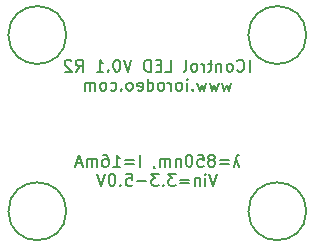
<source format=gbo>
%TF.GenerationSoftware,KiCad,Pcbnew,7.0.10-7.0.10~ubuntu22.04.1*%
%TF.CreationDate,2024-03-15T18:11:46-07:00*%
%TF.ProjectId,850nm_16mA,3835306e-6d5f-4313-966d-412e6b696361,rev?*%
%TF.SameCoordinates,Original*%
%TF.FileFunction,Legend,Bot*%
%TF.FilePolarity,Positive*%
%FSLAX46Y46*%
G04 Gerber Fmt 4.6, Leading zero omitted, Abs format (unit mm)*
G04 Created by KiCad (PCBNEW 7.0.10-7.0.10~ubuntu22.04.1) date 2024-03-15 18:11:46*
%MOMM*%
%LPD*%
G01*
G04 APERTURE LIST*
%ADD10C,0.150000*%
G04 APERTURE END LIST*
D10*
X70509524Y-55634819D02*
X70509524Y-54634819D01*
X69461906Y-55539580D02*
X69509525Y-55587200D01*
X69509525Y-55587200D02*
X69652382Y-55634819D01*
X69652382Y-55634819D02*
X69747620Y-55634819D01*
X69747620Y-55634819D02*
X69890477Y-55587200D01*
X69890477Y-55587200D02*
X69985715Y-55491961D01*
X69985715Y-55491961D02*
X70033334Y-55396723D01*
X70033334Y-55396723D02*
X70080953Y-55206247D01*
X70080953Y-55206247D02*
X70080953Y-55063390D01*
X70080953Y-55063390D02*
X70033334Y-54872914D01*
X70033334Y-54872914D02*
X69985715Y-54777676D01*
X69985715Y-54777676D02*
X69890477Y-54682438D01*
X69890477Y-54682438D02*
X69747620Y-54634819D01*
X69747620Y-54634819D02*
X69652382Y-54634819D01*
X69652382Y-54634819D02*
X69509525Y-54682438D01*
X69509525Y-54682438D02*
X69461906Y-54730057D01*
X68890477Y-55634819D02*
X68985715Y-55587200D01*
X68985715Y-55587200D02*
X69033334Y-55539580D01*
X69033334Y-55539580D02*
X69080953Y-55444342D01*
X69080953Y-55444342D02*
X69080953Y-55158628D01*
X69080953Y-55158628D02*
X69033334Y-55063390D01*
X69033334Y-55063390D02*
X68985715Y-55015771D01*
X68985715Y-55015771D02*
X68890477Y-54968152D01*
X68890477Y-54968152D02*
X68747620Y-54968152D01*
X68747620Y-54968152D02*
X68652382Y-55015771D01*
X68652382Y-55015771D02*
X68604763Y-55063390D01*
X68604763Y-55063390D02*
X68557144Y-55158628D01*
X68557144Y-55158628D02*
X68557144Y-55444342D01*
X68557144Y-55444342D02*
X68604763Y-55539580D01*
X68604763Y-55539580D02*
X68652382Y-55587200D01*
X68652382Y-55587200D02*
X68747620Y-55634819D01*
X68747620Y-55634819D02*
X68890477Y-55634819D01*
X68128572Y-54968152D02*
X68128572Y-55634819D01*
X68128572Y-55063390D02*
X68080953Y-55015771D01*
X68080953Y-55015771D02*
X67985715Y-54968152D01*
X67985715Y-54968152D02*
X67842858Y-54968152D01*
X67842858Y-54968152D02*
X67747620Y-55015771D01*
X67747620Y-55015771D02*
X67700001Y-55111009D01*
X67700001Y-55111009D02*
X67700001Y-55634819D01*
X67366667Y-54968152D02*
X66985715Y-54968152D01*
X67223810Y-54634819D02*
X67223810Y-55491961D01*
X67223810Y-55491961D02*
X67176191Y-55587200D01*
X67176191Y-55587200D02*
X67080953Y-55634819D01*
X67080953Y-55634819D02*
X66985715Y-55634819D01*
X66652381Y-55634819D02*
X66652381Y-54968152D01*
X66652381Y-55158628D02*
X66604762Y-55063390D01*
X66604762Y-55063390D02*
X66557143Y-55015771D01*
X66557143Y-55015771D02*
X66461905Y-54968152D01*
X66461905Y-54968152D02*
X66366667Y-54968152D01*
X65890476Y-55634819D02*
X65985714Y-55587200D01*
X65985714Y-55587200D02*
X66033333Y-55539580D01*
X66033333Y-55539580D02*
X66080952Y-55444342D01*
X66080952Y-55444342D02*
X66080952Y-55158628D01*
X66080952Y-55158628D02*
X66033333Y-55063390D01*
X66033333Y-55063390D02*
X65985714Y-55015771D01*
X65985714Y-55015771D02*
X65890476Y-54968152D01*
X65890476Y-54968152D02*
X65747619Y-54968152D01*
X65747619Y-54968152D02*
X65652381Y-55015771D01*
X65652381Y-55015771D02*
X65604762Y-55063390D01*
X65604762Y-55063390D02*
X65557143Y-55158628D01*
X65557143Y-55158628D02*
X65557143Y-55444342D01*
X65557143Y-55444342D02*
X65604762Y-55539580D01*
X65604762Y-55539580D02*
X65652381Y-55587200D01*
X65652381Y-55587200D02*
X65747619Y-55634819D01*
X65747619Y-55634819D02*
X65890476Y-55634819D01*
X64985714Y-55634819D02*
X65080952Y-55587200D01*
X65080952Y-55587200D02*
X65128571Y-55491961D01*
X65128571Y-55491961D02*
X65128571Y-54634819D01*
X63366666Y-55634819D02*
X63842856Y-55634819D01*
X63842856Y-55634819D02*
X63842856Y-54634819D01*
X63033332Y-55111009D02*
X62699999Y-55111009D01*
X62557142Y-55634819D02*
X63033332Y-55634819D01*
X63033332Y-55634819D02*
X63033332Y-54634819D01*
X63033332Y-54634819D02*
X62557142Y-54634819D01*
X62128570Y-55634819D02*
X62128570Y-54634819D01*
X62128570Y-54634819D02*
X61890475Y-54634819D01*
X61890475Y-54634819D02*
X61747618Y-54682438D01*
X61747618Y-54682438D02*
X61652380Y-54777676D01*
X61652380Y-54777676D02*
X61604761Y-54872914D01*
X61604761Y-54872914D02*
X61557142Y-55063390D01*
X61557142Y-55063390D02*
X61557142Y-55206247D01*
X61557142Y-55206247D02*
X61604761Y-55396723D01*
X61604761Y-55396723D02*
X61652380Y-55491961D01*
X61652380Y-55491961D02*
X61747618Y-55587200D01*
X61747618Y-55587200D02*
X61890475Y-55634819D01*
X61890475Y-55634819D02*
X62128570Y-55634819D01*
X60509522Y-54634819D02*
X60176189Y-55634819D01*
X60176189Y-55634819D02*
X59842856Y-54634819D01*
X59319046Y-54634819D02*
X59223808Y-54634819D01*
X59223808Y-54634819D02*
X59128570Y-54682438D01*
X59128570Y-54682438D02*
X59080951Y-54730057D01*
X59080951Y-54730057D02*
X59033332Y-54825295D01*
X59033332Y-54825295D02*
X58985713Y-55015771D01*
X58985713Y-55015771D02*
X58985713Y-55253866D01*
X58985713Y-55253866D02*
X59033332Y-55444342D01*
X59033332Y-55444342D02*
X59080951Y-55539580D01*
X59080951Y-55539580D02*
X59128570Y-55587200D01*
X59128570Y-55587200D02*
X59223808Y-55634819D01*
X59223808Y-55634819D02*
X59319046Y-55634819D01*
X59319046Y-55634819D02*
X59414284Y-55587200D01*
X59414284Y-55587200D02*
X59461903Y-55539580D01*
X59461903Y-55539580D02*
X59509522Y-55444342D01*
X59509522Y-55444342D02*
X59557141Y-55253866D01*
X59557141Y-55253866D02*
X59557141Y-55015771D01*
X59557141Y-55015771D02*
X59509522Y-54825295D01*
X59509522Y-54825295D02*
X59461903Y-54730057D01*
X59461903Y-54730057D02*
X59414284Y-54682438D01*
X59414284Y-54682438D02*
X59319046Y-54634819D01*
X58557141Y-55539580D02*
X58509522Y-55587200D01*
X58509522Y-55587200D02*
X58557141Y-55634819D01*
X58557141Y-55634819D02*
X58604760Y-55587200D01*
X58604760Y-55587200D02*
X58557141Y-55539580D01*
X58557141Y-55539580D02*
X58557141Y-55634819D01*
X57557142Y-55634819D02*
X58128570Y-55634819D01*
X57842856Y-55634819D02*
X57842856Y-54634819D01*
X57842856Y-54634819D02*
X57938094Y-54777676D01*
X57938094Y-54777676D02*
X58033332Y-54872914D01*
X58033332Y-54872914D02*
X58128570Y-54920533D01*
X55795237Y-55634819D02*
X56128570Y-55158628D01*
X56366665Y-55634819D02*
X56366665Y-54634819D01*
X56366665Y-54634819D02*
X55985713Y-54634819D01*
X55985713Y-54634819D02*
X55890475Y-54682438D01*
X55890475Y-54682438D02*
X55842856Y-54730057D01*
X55842856Y-54730057D02*
X55795237Y-54825295D01*
X55795237Y-54825295D02*
X55795237Y-54968152D01*
X55795237Y-54968152D02*
X55842856Y-55063390D01*
X55842856Y-55063390D02*
X55890475Y-55111009D01*
X55890475Y-55111009D02*
X55985713Y-55158628D01*
X55985713Y-55158628D02*
X56366665Y-55158628D01*
X55414284Y-54730057D02*
X55366665Y-54682438D01*
X55366665Y-54682438D02*
X55271427Y-54634819D01*
X55271427Y-54634819D02*
X55033332Y-54634819D01*
X55033332Y-54634819D02*
X54938094Y-54682438D01*
X54938094Y-54682438D02*
X54890475Y-54730057D01*
X54890475Y-54730057D02*
X54842856Y-54825295D01*
X54842856Y-54825295D02*
X54842856Y-54920533D01*
X54842856Y-54920533D02*
X54890475Y-55063390D01*
X54890475Y-55063390D02*
X55461903Y-55634819D01*
X55461903Y-55634819D02*
X54842856Y-55634819D01*
X68938094Y-56578152D02*
X68747618Y-57244819D01*
X68747618Y-57244819D02*
X68557142Y-56768628D01*
X68557142Y-56768628D02*
X68366666Y-57244819D01*
X68366666Y-57244819D02*
X68176190Y-56578152D01*
X67890475Y-56578152D02*
X67699999Y-57244819D01*
X67699999Y-57244819D02*
X67509523Y-56768628D01*
X67509523Y-56768628D02*
X67319047Y-57244819D01*
X67319047Y-57244819D02*
X67128571Y-56578152D01*
X66842856Y-56578152D02*
X66652380Y-57244819D01*
X66652380Y-57244819D02*
X66461904Y-56768628D01*
X66461904Y-56768628D02*
X66271428Y-57244819D01*
X66271428Y-57244819D02*
X66080952Y-56578152D01*
X65699999Y-57149580D02*
X65652380Y-57197200D01*
X65652380Y-57197200D02*
X65699999Y-57244819D01*
X65699999Y-57244819D02*
X65747618Y-57197200D01*
X65747618Y-57197200D02*
X65699999Y-57149580D01*
X65699999Y-57149580D02*
X65699999Y-57244819D01*
X65223809Y-57244819D02*
X65223809Y-56578152D01*
X65223809Y-56244819D02*
X65271428Y-56292438D01*
X65271428Y-56292438D02*
X65223809Y-56340057D01*
X65223809Y-56340057D02*
X65176190Y-56292438D01*
X65176190Y-56292438D02*
X65223809Y-56244819D01*
X65223809Y-56244819D02*
X65223809Y-56340057D01*
X64604762Y-57244819D02*
X64700000Y-57197200D01*
X64700000Y-57197200D02*
X64747619Y-57149580D01*
X64747619Y-57149580D02*
X64795238Y-57054342D01*
X64795238Y-57054342D02*
X64795238Y-56768628D01*
X64795238Y-56768628D02*
X64747619Y-56673390D01*
X64747619Y-56673390D02*
X64700000Y-56625771D01*
X64700000Y-56625771D02*
X64604762Y-56578152D01*
X64604762Y-56578152D02*
X64461905Y-56578152D01*
X64461905Y-56578152D02*
X64366667Y-56625771D01*
X64366667Y-56625771D02*
X64319048Y-56673390D01*
X64319048Y-56673390D02*
X64271429Y-56768628D01*
X64271429Y-56768628D02*
X64271429Y-57054342D01*
X64271429Y-57054342D02*
X64319048Y-57149580D01*
X64319048Y-57149580D02*
X64366667Y-57197200D01*
X64366667Y-57197200D02*
X64461905Y-57244819D01*
X64461905Y-57244819D02*
X64604762Y-57244819D01*
X63842857Y-57244819D02*
X63842857Y-56578152D01*
X63842857Y-56768628D02*
X63795238Y-56673390D01*
X63795238Y-56673390D02*
X63747619Y-56625771D01*
X63747619Y-56625771D02*
X63652381Y-56578152D01*
X63652381Y-56578152D02*
X63557143Y-56578152D01*
X63080952Y-57244819D02*
X63176190Y-57197200D01*
X63176190Y-57197200D02*
X63223809Y-57149580D01*
X63223809Y-57149580D02*
X63271428Y-57054342D01*
X63271428Y-57054342D02*
X63271428Y-56768628D01*
X63271428Y-56768628D02*
X63223809Y-56673390D01*
X63223809Y-56673390D02*
X63176190Y-56625771D01*
X63176190Y-56625771D02*
X63080952Y-56578152D01*
X63080952Y-56578152D02*
X62938095Y-56578152D01*
X62938095Y-56578152D02*
X62842857Y-56625771D01*
X62842857Y-56625771D02*
X62795238Y-56673390D01*
X62795238Y-56673390D02*
X62747619Y-56768628D01*
X62747619Y-56768628D02*
X62747619Y-57054342D01*
X62747619Y-57054342D02*
X62795238Y-57149580D01*
X62795238Y-57149580D02*
X62842857Y-57197200D01*
X62842857Y-57197200D02*
X62938095Y-57244819D01*
X62938095Y-57244819D02*
X63080952Y-57244819D01*
X61890476Y-57244819D02*
X61890476Y-56244819D01*
X61890476Y-57197200D02*
X61985714Y-57244819D01*
X61985714Y-57244819D02*
X62176190Y-57244819D01*
X62176190Y-57244819D02*
X62271428Y-57197200D01*
X62271428Y-57197200D02*
X62319047Y-57149580D01*
X62319047Y-57149580D02*
X62366666Y-57054342D01*
X62366666Y-57054342D02*
X62366666Y-56768628D01*
X62366666Y-56768628D02*
X62319047Y-56673390D01*
X62319047Y-56673390D02*
X62271428Y-56625771D01*
X62271428Y-56625771D02*
X62176190Y-56578152D01*
X62176190Y-56578152D02*
X61985714Y-56578152D01*
X61985714Y-56578152D02*
X61890476Y-56625771D01*
X61033333Y-57197200D02*
X61128571Y-57244819D01*
X61128571Y-57244819D02*
X61319047Y-57244819D01*
X61319047Y-57244819D02*
X61414285Y-57197200D01*
X61414285Y-57197200D02*
X61461904Y-57101961D01*
X61461904Y-57101961D02*
X61461904Y-56721009D01*
X61461904Y-56721009D02*
X61414285Y-56625771D01*
X61414285Y-56625771D02*
X61319047Y-56578152D01*
X61319047Y-56578152D02*
X61128571Y-56578152D01*
X61128571Y-56578152D02*
X61033333Y-56625771D01*
X61033333Y-56625771D02*
X60985714Y-56721009D01*
X60985714Y-56721009D02*
X60985714Y-56816247D01*
X60985714Y-56816247D02*
X61461904Y-56911485D01*
X60414285Y-57244819D02*
X60509523Y-57197200D01*
X60509523Y-57197200D02*
X60557142Y-57149580D01*
X60557142Y-57149580D02*
X60604761Y-57054342D01*
X60604761Y-57054342D02*
X60604761Y-56768628D01*
X60604761Y-56768628D02*
X60557142Y-56673390D01*
X60557142Y-56673390D02*
X60509523Y-56625771D01*
X60509523Y-56625771D02*
X60414285Y-56578152D01*
X60414285Y-56578152D02*
X60271428Y-56578152D01*
X60271428Y-56578152D02*
X60176190Y-56625771D01*
X60176190Y-56625771D02*
X60128571Y-56673390D01*
X60128571Y-56673390D02*
X60080952Y-56768628D01*
X60080952Y-56768628D02*
X60080952Y-57054342D01*
X60080952Y-57054342D02*
X60128571Y-57149580D01*
X60128571Y-57149580D02*
X60176190Y-57197200D01*
X60176190Y-57197200D02*
X60271428Y-57244819D01*
X60271428Y-57244819D02*
X60414285Y-57244819D01*
X59652380Y-57149580D02*
X59604761Y-57197200D01*
X59604761Y-57197200D02*
X59652380Y-57244819D01*
X59652380Y-57244819D02*
X59699999Y-57197200D01*
X59699999Y-57197200D02*
X59652380Y-57149580D01*
X59652380Y-57149580D02*
X59652380Y-57244819D01*
X58747619Y-57197200D02*
X58842857Y-57244819D01*
X58842857Y-57244819D02*
X59033333Y-57244819D01*
X59033333Y-57244819D02*
X59128571Y-57197200D01*
X59128571Y-57197200D02*
X59176190Y-57149580D01*
X59176190Y-57149580D02*
X59223809Y-57054342D01*
X59223809Y-57054342D02*
X59223809Y-56768628D01*
X59223809Y-56768628D02*
X59176190Y-56673390D01*
X59176190Y-56673390D02*
X59128571Y-56625771D01*
X59128571Y-56625771D02*
X59033333Y-56578152D01*
X59033333Y-56578152D02*
X58842857Y-56578152D01*
X58842857Y-56578152D02*
X58747619Y-56625771D01*
X58176190Y-57244819D02*
X58271428Y-57197200D01*
X58271428Y-57197200D02*
X58319047Y-57149580D01*
X58319047Y-57149580D02*
X58366666Y-57054342D01*
X58366666Y-57054342D02*
X58366666Y-56768628D01*
X58366666Y-56768628D02*
X58319047Y-56673390D01*
X58319047Y-56673390D02*
X58271428Y-56625771D01*
X58271428Y-56625771D02*
X58176190Y-56578152D01*
X58176190Y-56578152D02*
X58033333Y-56578152D01*
X58033333Y-56578152D02*
X57938095Y-56625771D01*
X57938095Y-56625771D02*
X57890476Y-56673390D01*
X57890476Y-56673390D02*
X57842857Y-56768628D01*
X57842857Y-56768628D02*
X57842857Y-57054342D01*
X57842857Y-57054342D02*
X57890476Y-57149580D01*
X57890476Y-57149580D02*
X57938095Y-57197200D01*
X57938095Y-57197200D02*
X58033333Y-57244819D01*
X58033333Y-57244819D02*
X58176190Y-57244819D01*
X57414285Y-57244819D02*
X57414285Y-56578152D01*
X57414285Y-56673390D02*
X57366666Y-56625771D01*
X57366666Y-56625771D02*
X57271428Y-56578152D01*
X57271428Y-56578152D02*
X57128571Y-56578152D01*
X57128571Y-56578152D02*
X57033333Y-56625771D01*
X57033333Y-56625771D02*
X56985714Y-56721009D01*
X56985714Y-56721009D02*
X56985714Y-57244819D01*
X56985714Y-56721009D02*
X56938095Y-56625771D01*
X56938095Y-56625771D02*
X56842857Y-56578152D01*
X56842857Y-56578152D02*
X56700000Y-56578152D01*
X56700000Y-56578152D02*
X56604761Y-56625771D01*
X56604761Y-56625771D02*
X56557142Y-56721009D01*
X56557142Y-56721009D02*
X56557142Y-57244819D01*
X69390475Y-63018152D02*
X69628570Y-63684819D01*
X69628570Y-62684819D02*
X69533332Y-62684819D01*
X69533332Y-62684819D02*
X69485713Y-62732438D01*
X69485713Y-62732438D02*
X69390475Y-63018152D01*
X69390475Y-63018152D02*
X69152380Y-63684819D01*
X68771427Y-63161009D02*
X68009523Y-63161009D01*
X68009523Y-63446723D02*
X68771427Y-63446723D01*
X67390475Y-63113390D02*
X67485713Y-63065771D01*
X67485713Y-63065771D02*
X67533332Y-63018152D01*
X67533332Y-63018152D02*
X67580951Y-62922914D01*
X67580951Y-62922914D02*
X67580951Y-62875295D01*
X67580951Y-62875295D02*
X67533332Y-62780057D01*
X67533332Y-62780057D02*
X67485713Y-62732438D01*
X67485713Y-62732438D02*
X67390475Y-62684819D01*
X67390475Y-62684819D02*
X67199999Y-62684819D01*
X67199999Y-62684819D02*
X67104761Y-62732438D01*
X67104761Y-62732438D02*
X67057142Y-62780057D01*
X67057142Y-62780057D02*
X67009523Y-62875295D01*
X67009523Y-62875295D02*
X67009523Y-62922914D01*
X67009523Y-62922914D02*
X67057142Y-63018152D01*
X67057142Y-63018152D02*
X67104761Y-63065771D01*
X67104761Y-63065771D02*
X67199999Y-63113390D01*
X67199999Y-63113390D02*
X67390475Y-63113390D01*
X67390475Y-63113390D02*
X67485713Y-63161009D01*
X67485713Y-63161009D02*
X67533332Y-63208628D01*
X67533332Y-63208628D02*
X67580951Y-63303866D01*
X67580951Y-63303866D02*
X67580951Y-63494342D01*
X67580951Y-63494342D02*
X67533332Y-63589580D01*
X67533332Y-63589580D02*
X67485713Y-63637200D01*
X67485713Y-63637200D02*
X67390475Y-63684819D01*
X67390475Y-63684819D02*
X67199999Y-63684819D01*
X67199999Y-63684819D02*
X67104761Y-63637200D01*
X67104761Y-63637200D02*
X67057142Y-63589580D01*
X67057142Y-63589580D02*
X67009523Y-63494342D01*
X67009523Y-63494342D02*
X67009523Y-63303866D01*
X67009523Y-63303866D02*
X67057142Y-63208628D01*
X67057142Y-63208628D02*
X67104761Y-63161009D01*
X67104761Y-63161009D02*
X67199999Y-63113390D01*
X66104761Y-62684819D02*
X66580951Y-62684819D01*
X66580951Y-62684819D02*
X66628570Y-63161009D01*
X66628570Y-63161009D02*
X66580951Y-63113390D01*
X66580951Y-63113390D02*
X66485713Y-63065771D01*
X66485713Y-63065771D02*
X66247618Y-63065771D01*
X66247618Y-63065771D02*
X66152380Y-63113390D01*
X66152380Y-63113390D02*
X66104761Y-63161009D01*
X66104761Y-63161009D02*
X66057142Y-63256247D01*
X66057142Y-63256247D02*
X66057142Y-63494342D01*
X66057142Y-63494342D02*
X66104761Y-63589580D01*
X66104761Y-63589580D02*
X66152380Y-63637200D01*
X66152380Y-63637200D02*
X66247618Y-63684819D01*
X66247618Y-63684819D02*
X66485713Y-63684819D01*
X66485713Y-63684819D02*
X66580951Y-63637200D01*
X66580951Y-63637200D02*
X66628570Y-63589580D01*
X65438094Y-62684819D02*
X65342856Y-62684819D01*
X65342856Y-62684819D02*
X65247618Y-62732438D01*
X65247618Y-62732438D02*
X65199999Y-62780057D01*
X65199999Y-62780057D02*
X65152380Y-62875295D01*
X65152380Y-62875295D02*
X65104761Y-63065771D01*
X65104761Y-63065771D02*
X65104761Y-63303866D01*
X65104761Y-63303866D02*
X65152380Y-63494342D01*
X65152380Y-63494342D02*
X65199999Y-63589580D01*
X65199999Y-63589580D02*
X65247618Y-63637200D01*
X65247618Y-63637200D02*
X65342856Y-63684819D01*
X65342856Y-63684819D02*
X65438094Y-63684819D01*
X65438094Y-63684819D02*
X65533332Y-63637200D01*
X65533332Y-63637200D02*
X65580951Y-63589580D01*
X65580951Y-63589580D02*
X65628570Y-63494342D01*
X65628570Y-63494342D02*
X65676189Y-63303866D01*
X65676189Y-63303866D02*
X65676189Y-63065771D01*
X65676189Y-63065771D02*
X65628570Y-62875295D01*
X65628570Y-62875295D02*
X65580951Y-62780057D01*
X65580951Y-62780057D02*
X65533332Y-62732438D01*
X65533332Y-62732438D02*
X65438094Y-62684819D01*
X64676189Y-63018152D02*
X64676189Y-63684819D01*
X64676189Y-63113390D02*
X64628570Y-63065771D01*
X64628570Y-63065771D02*
X64533332Y-63018152D01*
X64533332Y-63018152D02*
X64390475Y-63018152D01*
X64390475Y-63018152D02*
X64295237Y-63065771D01*
X64295237Y-63065771D02*
X64247618Y-63161009D01*
X64247618Y-63161009D02*
X64247618Y-63684819D01*
X63771427Y-63684819D02*
X63771427Y-63018152D01*
X63771427Y-63113390D02*
X63723808Y-63065771D01*
X63723808Y-63065771D02*
X63628570Y-63018152D01*
X63628570Y-63018152D02*
X63485713Y-63018152D01*
X63485713Y-63018152D02*
X63390475Y-63065771D01*
X63390475Y-63065771D02*
X63342856Y-63161009D01*
X63342856Y-63161009D02*
X63342856Y-63684819D01*
X63342856Y-63161009D02*
X63295237Y-63065771D01*
X63295237Y-63065771D02*
X63199999Y-63018152D01*
X63199999Y-63018152D02*
X63057142Y-63018152D01*
X63057142Y-63018152D02*
X62961903Y-63065771D01*
X62961903Y-63065771D02*
X62914284Y-63161009D01*
X62914284Y-63161009D02*
X62914284Y-63684819D01*
X62390475Y-63637200D02*
X62390475Y-63684819D01*
X62390475Y-63684819D02*
X62438094Y-63780057D01*
X62438094Y-63780057D02*
X62485713Y-63827676D01*
X61199999Y-63684819D02*
X61199999Y-62684819D01*
X60723809Y-63161009D02*
X59961905Y-63161009D01*
X59961905Y-63446723D02*
X60723809Y-63446723D01*
X58961905Y-63684819D02*
X59533333Y-63684819D01*
X59247619Y-63684819D02*
X59247619Y-62684819D01*
X59247619Y-62684819D02*
X59342857Y-62827676D01*
X59342857Y-62827676D02*
X59438095Y-62922914D01*
X59438095Y-62922914D02*
X59533333Y-62970533D01*
X58104762Y-62684819D02*
X58295238Y-62684819D01*
X58295238Y-62684819D02*
X58390476Y-62732438D01*
X58390476Y-62732438D02*
X58438095Y-62780057D01*
X58438095Y-62780057D02*
X58533333Y-62922914D01*
X58533333Y-62922914D02*
X58580952Y-63113390D01*
X58580952Y-63113390D02*
X58580952Y-63494342D01*
X58580952Y-63494342D02*
X58533333Y-63589580D01*
X58533333Y-63589580D02*
X58485714Y-63637200D01*
X58485714Y-63637200D02*
X58390476Y-63684819D01*
X58390476Y-63684819D02*
X58200000Y-63684819D01*
X58200000Y-63684819D02*
X58104762Y-63637200D01*
X58104762Y-63637200D02*
X58057143Y-63589580D01*
X58057143Y-63589580D02*
X58009524Y-63494342D01*
X58009524Y-63494342D02*
X58009524Y-63256247D01*
X58009524Y-63256247D02*
X58057143Y-63161009D01*
X58057143Y-63161009D02*
X58104762Y-63113390D01*
X58104762Y-63113390D02*
X58200000Y-63065771D01*
X58200000Y-63065771D02*
X58390476Y-63065771D01*
X58390476Y-63065771D02*
X58485714Y-63113390D01*
X58485714Y-63113390D02*
X58533333Y-63161009D01*
X58533333Y-63161009D02*
X58580952Y-63256247D01*
X57580952Y-63684819D02*
X57580952Y-63018152D01*
X57580952Y-63113390D02*
X57533333Y-63065771D01*
X57533333Y-63065771D02*
X57438095Y-63018152D01*
X57438095Y-63018152D02*
X57295238Y-63018152D01*
X57295238Y-63018152D02*
X57200000Y-63065771D01*
X57200000Y-63065771D02*
X57152381Y-63161009D01*
X57152381Y-63161009D02*
X57152381Y-63684819D01*
X57152381Y-63161009D02*
X57104762Y-63065771D01*
X57104762Y-63065771D02*
X57009524Y-63018152D01*
X57009524Y-63018152D02*
X56866667Y-63018152D01*
X56866667Y-63018152D02*
X56771428Y-63065771D01*
X56771428Y-63065771D02*
X56723809Y-63161009D01*
X56723809Y-63161009D02*
X56723809Y-63684819D01*
X56295238Y-63399104D02*
X55819048Y-63399104D01*
X56390476Y-63684819D02*
X56057143Y-62684819D01*
X56057143Y-62684819D02*
X55723810Y-63684819D01*
X67771427Y-64294819D02*
X67438094Y-65294819D01*
X67438094Y-65294819D02*
X67104761Y-64294819D01*
X66771427Y-65294819D02*
X66771427Y-64628152D01*
X66771427Y-64294819D02*
X66819046Y-64342438D01*
X66819046Y-64342438D02*
X66771427Y-64390057D01*
X66771427Y-64390057D02*
X66723808Y-64342438D01*
X66723808Y-64342438D02*
X66771427Y-64294819D01*
X66771427Y-64294819D02*
X66771427Y-64390057D01*
X66295237Y-64628152D02*
X66295237Y-65294819D01*
X66295237Y-64723390D02*
X66247618Y-64675771D01*
X66247618Y-64675771D02*
X66152380Y-64628152D01*
X66152380Y-64628152D02*
X66009523Y-64628152D01*
X66009523Y-64628152D02*
X65914285Y-64675771D01*
X65914285Y-64675771D02*
X65866666Y-64771009D01*
X65866666Y-64771009D02*
X65866666Y-65294819D01*
X65390475Y-64771009D02*
X64628571Y-64771009D01*
X64628571Y-65056723D02*
X65390475Y-65056723D01*
X64247618Y-64294819D02*
X63628571Y-64294819D01*
X63628571Y-64294819D02*
X63961904Y-64675771D01*
X63961904Y-64675771D02*
X63819047Y-64675771D01*
X63819047Y-64675771D02*
X63723809Y-64723390D01*
X63723809Y-64723390D02*
X63676190Y-64771009D01*
X63676190Y-64771009D02*
X63628571Y-64866247D01*
X63628571Y-64866247D02*
X63628571Y-65104342D01*
X63628571Y-65104342D02*
X63676190Y-65199580D01*
X63676190Y-65199580D02*
X63723809Y-65247200D01*
X63723809Y-65247200D02*
X63819047Y-65294819D01*
X63819047Y-65294819D02*
X64104761Y-65294819D01*
X64104761Y-65294819D02*
X64199999Y-65247200D01*
X64199999Y-65247200D02*
X64247618Y-65199580D01*
X63199999Y-65199580D02*
X63152380Y-65247200D01*
X63152380Y-65247200D02*
X63199999Y-65294819D01*
X63199999Y-65294819D02*
X63247618Y-65247200D01*
X63247618Y-65247200D02*
X63199999Y-65199580D01*
X63199999Y-65199580D02*
X63199999Y-65294819D01*
X62819047Y-64294819D02*
X62200000Y-64294819D01*
X62200000Y-64294819D02*
X62533333Y-64675771D01*
X62533333Y-64675771D02*
X62390476Y-64675771D01*
X62390476Y-64675771D02*
X62295238Y-64723390D01*
X62295238Y-64723390D02*
X62247619Y-64771009D01*
X62247619Y-64771009D02*
X62200000Y-64866247D01*
X62200000Y-64866247D02*
X62200000Y-65104342D01*
X62200000Y-65104342D02*
X62247619Y-65199580D01*
X62247619Y-65199580D02*
X62295238Y-65247200D01*
X62295238Y-65247200D02*
X62390476Y-65294819D01*
X62390476Y-65294819D02*
X62676190Y-65294819D01*
X62676190Y-65294819D02*
X62771428Y-65247200D01*
X62771428Y-65247200D02*
X62819047Y-65199580D01*
X61771428Y-64913866D02*
X61009524Y-64913866D01*
X60057143Y-64294819D02*
X60533333Y-64294819D01*
X60533333Y-64294819D02*
X60580952Y-64771009D01*
X60580952Y-64771009D02*
X60533333Y-64723390D01*
X60533333Y-64723390D02*
X60438095Y-64675771D01*
X60438095Y-64675771D02*
X60200000Y-64675771D01*
X60200000Y-64675771D02*
X60104762Y-64723390D01*
X60104762Y-64723390D02*
X60057143Y-64771009D01*
X60057143Y-64771009D02*
X60009524Y-64866247D01*
X60009524Y-64866247D02*
X60009524Y-65104342D01*
X60009524Y-65104342D02*
X60057143Y-65199580D01*
X60057143Y-65199580D02*
X60104762Y-65247200D01*
X60104762Y-65247200D02*
X60200000Y-65294819D01*
X60200000Y-65294819D02*
X60438095Y-65294819D01*
X60438095Y-65294819D02*
X60533333Y-65247200D01*
X60533333Y-65247200D02*
X60580952Y-65199580D01*
X59580952Y-65199580D02*
X59533333Y-65247200D01*
X59533333Y-65247200D02*
X59580952Y-65294819D01*
X59580952Y-65294819D02*
X59628571Y-65247200D01*
X59628571Y-65247200D02*
X59580952Y-65199580D01*
X59580952Y-65199580D02*
X59580952Y-65294819D01*
X58914286Y-64294819D02*
X58819048Y-64294819D01*
X58819048Y-64294819D02*
X58723810Y-64342438D01*
X58723810Y-64342438D02*
X58676191Y-64390057D01*
X58676191Y-64390057D02*
X58628572Y-64485295D01*
X58628572Y-64485295D02*
X58580953Y-64675771D01*
X58580953Y-64675771D02*
X58580953Y-64913866D01*
X58580953Y-64913866D02*
X58628572Y-65104342D01*
X58628572Y-65104342D02*
X58676191Y-65199580D01*
X58676191Y-65199580D02*
X58723810Y-65247200D01*
X58723810Y-65247200D02*
X58819048Y-65294819D01*
X58819048Y-65294819D02*
X58914286Y-65294819D01*
X58914286Y-65294819D02*
X59009524Y-65247200D01*
X59009524Y-65247200D02*
X59057143Y-65199580D01*
X59057143Y-65199580D02*
X59104762Y-65104342D01*
X59104762Y-65104342D02*
X59152381Y-64913866D01*
X59152381Y-64913866D02*
X59152381Y-64675771D01*
X59152381Y-64675771D02*
X59104762Y-64485295D01*
X59104762Y-64485295D02*
X59057143Y-64390057D01*
X59057143Y-64390057D02*
X59009524Y-64342438D01*
X59009524Y-64342438D02*
X58914286Y-64294819D01*
X58295238Y-64294819D02*
X57961905Y-65294819D01*
X57961905Y-65294819D02*
X57628572Y-64294819D01*
%TO.C,M1*%
X54990000Y-52540000D02*
G75*
G03*
X50090000Y-52540000I-2450000J0D01*
G01*
X50090000Y-52540000D02*
G75*
G03*
X54990000Y-52540000I2450000J0D01*
G01*
%TO.C,M2*%
X75310000Y-52540000D02*
G75*
G03*
X70410000Y-52540000I-2450000J0D01*
G01*
X70410000Y-52540000D02*
G75*
G03*
X75310000Y-52540000I2450000J0D01*
G01*
%TO.C,M3*%
X75310000Y-67460000D02*
G75*
G03*
X70410000Y-67460000I-2450000J0D01*
G01*
X70410000Y-67460000D02*
G75*
G03*
X75310000Y-67460000I2450000J0D01*
G01*
%TO.C,M4*%
X54990000Y-67460000D02*
G75*
G03*
X50090000Y-67460000I-2450000J0D01*
G01*
X50090000Y-67460000D02*
G75*
G03*
X54990000Y-67460000I2450000J0D01*
G01*
%TD*%
M02*

</source>
